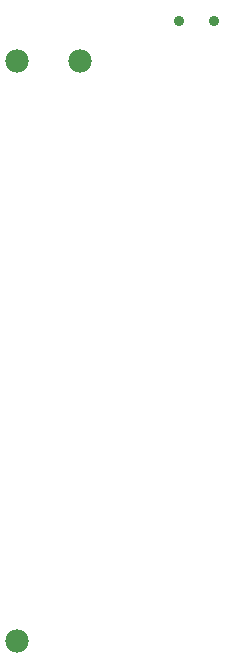
<source format=gbr>
%TF.GenerationSoftware,KiCad,Pcbnew,7.0.1*%
%TF.CreationDate,2024-04-03T13:53:06+02:00*%
%TF.ProjectId,filament,66696c61-6d65-46e7-942e-6b696361645f,rev?*%
%TF.SameCoordinates,Original*%
%TF.FileFunction,Soldermask,Top*%
%TF.FilePolarity,Negative*%
%FSLAX46Y46*%
G04 Gerber Fmt 4.6, Leading zero omitted, Abs format (unit mm)*
G04 Created by KiCad (PCBNEW 7.0.1) date 2024-04-03 13:53:06*
%MOMM*%
%LPD*%
G01*
G04 APERTURE LIST*
%ADD10C,1.989000*%
%ADD11C,1.980000*%
%ADD12C,0.900000*%
G04 APERTURE END LIST*
D10*
%TO.C,BT1*%
X130400000Y-72250000D03*
X130400000Y-121350000D03*
D11*
X135710000Y-72250000D03*
%TD*%
D12*
%TO.C,SW1*%
X147100000Y-68800000D03*
X144100000Y-68800000D03*
%TD*%
M02*

</source>
